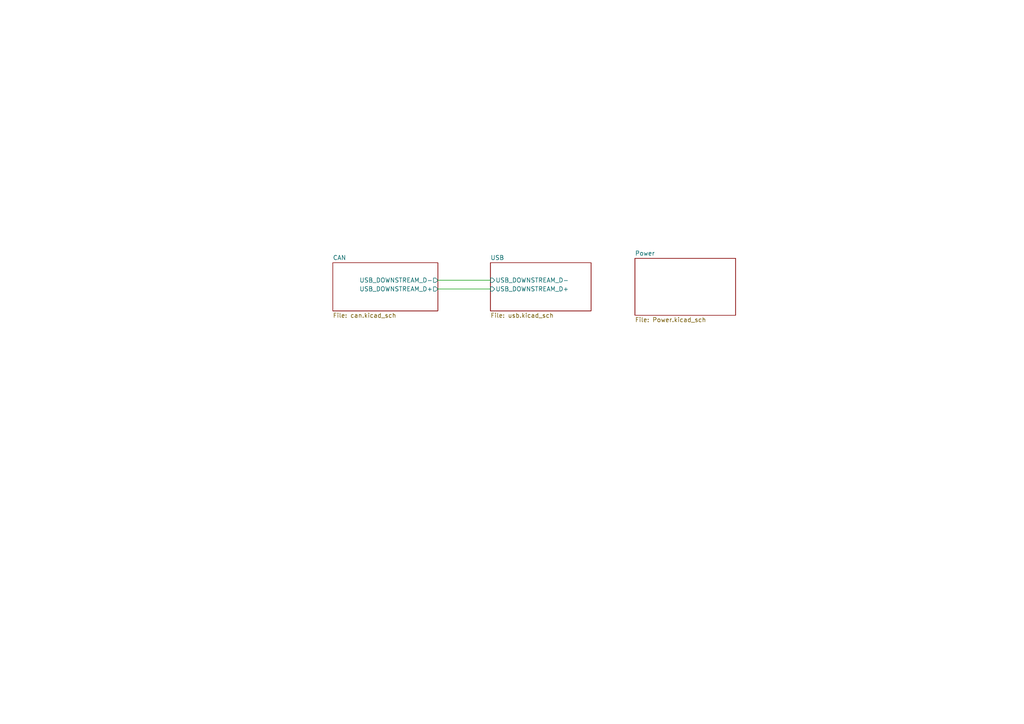
<source format=kicad_sch>
(kicad_sch
	(version 20231120)
	(generator "eeschema")
	(generator_version "8.0")
	(uuid "19c3ad7a-1b7d-4298-9053-cf734bfcea10")
	(paper "A4")
	(title_block
		(title "Flipsky MMS module ")
		(date "2024-12-14")
		(rev "A")
		(company "Modu System")
	)
	(lib_symbols)
	(wire
		(pts
			(xy 127 83.82) (xy 142.24 83.82)
		)
		(stroke
			(width 0)
			(type default)
		)
		(uuid "10648507-4ea2-47b7-9012-5ff21e841d59")
	)
	(wire
		(pts
			(xy 127 81.28) (xy 142.24 81.28)
		)
		(stroke
			(width 0)
			(type default)
		)
		(uuid "bd9bdb34-3763-4833-ab24-630c2afcc6f5")
	)
	(sheet
		(at 184.15 74.93)
		(size 29.21 16.51)
		(fields_autoplaced yes)
		(stroke
			(width 0.1524)
			(type solid)
		)
		(fill
			(color 0 0 0 0.0000)
		)
		(uuid "09185991-2b08-4e41-9e65-0618febadbdd")
		(property "Sheetname" "Power"
			(at 184.15 74.2184 0)
			(effects
				(font
					(size 1.27 1.27)
				)
				(justify left bottom)
			)
		)
		(property "Sheetfile" "Power.kicad_sch"
			(at 184.15 92.0246 0)
			(effects
				(font
					(size 1.27 1.27)
				)
				(justify left top)
			)
		)
		(instances
			(project "debug_can_usb"
				(path "/19c3ad7a-1b7d-4298-9053-cf734bfcea10"
					(page "4")
				)
			)
		)
	)
	(sheet
		(at 96.52 76.2)
		(size 30.48 13.97)
		(fields_autoplaced yes)
		(stroke
			(width 0.1524)
			(type solid)
		)
		(fill
			(color 0 0 0 0.0000)
		)
		(uuid "57d5ea5a-77df-43d7-95b9-bf9fc02879bb")
		(property "Sheetname" "CAN"
			(at 96.52 75.4884 0)
			(effects
				(font
					(size 1.27 1.27)
				)
				(justify left bottom)
			)
		)
		(property "Sheetfile" "can.kicad_sch"
			(at 96.52 90.7546 0)
			(effects
				(font
					(size 1.27 1.27)
				)
				(justify left top)
			)
		)
		(pin "USB_DOWNSTREAM_D+" output
			(at 127 83.82 0)
			(effects
				(font
					(size 1.27 1.27)
				)
				(justify right)
			)
			(uuid "85dd5ca1-36cc-48ad-afd1-c982c6bc3ba9")
		)
		(pin "USB_DOWNSTREAM_D-" output
			(at 127 81.28 0)
			(effects
				(font
					(size 1.27 1.27)
				)
				(justify right)
			)
			(uuid "d49cdfdf-867e-41a1-a83b-eb1d00b5fa77")
		)
		(instances
			(project "debug_can_usb"
				(path "/19c3ad7a-1b7d-4298-9053-cf734bfcea10"
					(page "2")
				)
			)
		)
	)
	(sheet
		(at 142.24 76.2)
		(size 29.21 13.97)
		(fields_autoplaced yes)
		(stroke
			(width 0.1524)
			(type solid)
		)
		(fill
			(color 0 0 0 0.0000)
		)
		(uuid "784981f3-1636-4173-a57d-405148891330")
		(property "Sheetname" "USB"
			(at 142.24 75.4884 0)
			(effects
				(font
					(size 1.27 1.27)
				)
				(justify left bottom)
			)
		)
		(property "Sheetfile" "usb.kicad_sch"
			(at 142.24 90.7546 0)
			(effects
				(font
					(size 1.27 1.27)
				)
				(justify left top)
			)
		)
		(pin "USB_DOWNSTREAM_D-" input
			(at 142.24 81.28 180)
			(effects
				(font
					(size 1.27 1.27)
				)
				(justify left)
			)
			(uuid "ad36366c-8592-4407-9faf-006509cc968c")
		)
		(pin "USB_DOWNSTREAM_D+" input
			(at 142.24 83.82 180)
			(effects
				(font
					(size 1.27 1.27)
				)
				(justify left)
			)
			(uuid "616ce80f-2ad0-41bd-a433-aa710c372362")
		)
		(instances
			(project "debug_can_usb"
				(path "/19c3ad7a-1b7d-4298-9053-cf734bfcea10"
					(page "3")
				)
			)
		)
	)
	(sheet_instances
		(path "/"
			(page "1")
		)
	)
)

</source>
